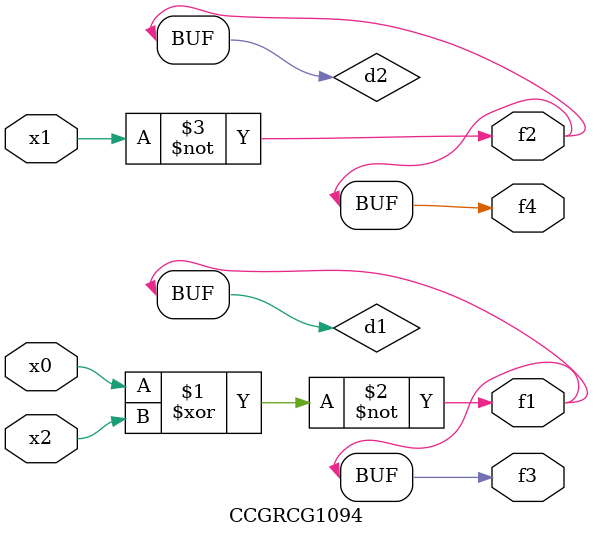
<source format=v>
module CCGRCG1094(
	input x0, x1, x2,
	output f1, f2, f3, f4
);

	wire d1, d2, d3;

	xnor (d1, x0, x2);
	nand (d2, x1);
	nor (d3, x1, x2);
	assign f1 = d1;
	assign f2 = d2;
	assign f3 = d1;
	assign f4 = d2;
endmodule

</source>
